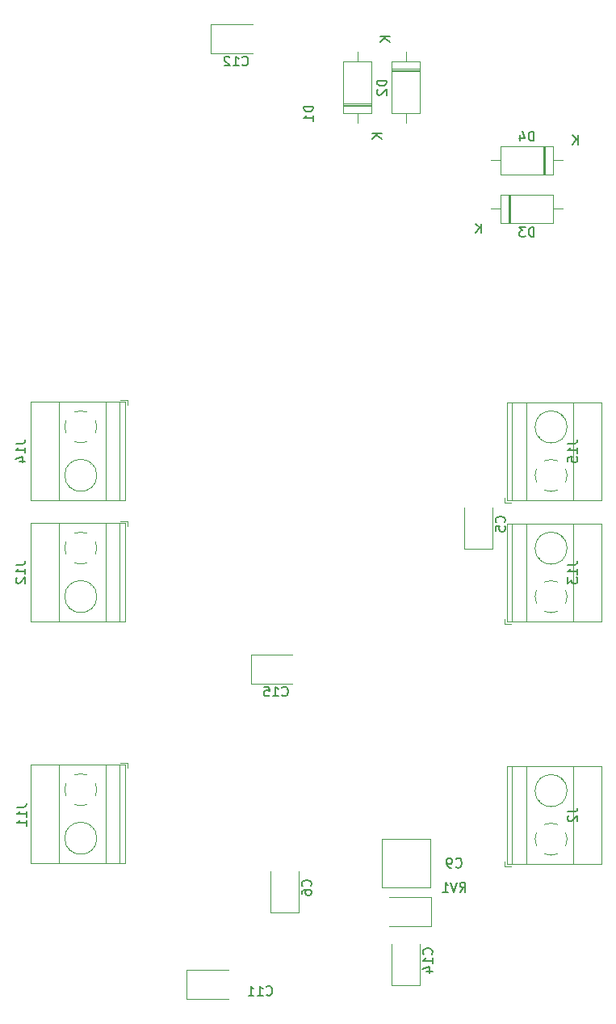
<source format=gbr>
%TF.GenerationSoftware,KiCad,Pcbnew,(6.0.9)*%
%TF.CreationDate,2023-04-20T10:48:31+05:30*%
%TF.ProjectId,CT_2.0.0,43545f32-2e30-42e3-902e-6b696361645f,rev?*%
%TF.SameCoordinates,Original*%
%TF.FileFunction,Legend,Bot*%
%TF.FilePolarity,Positive*%
%FSLAX46Y46*%
G04 Gerber Fmt 4.6, Leading zero omitted, Abs format (unit mm)*
G04 Created by KiCad (PCBNEW (6.0.9)) date 2023-04-20 10:48:31*
%MOMM*%
%LPD*%
G01*
G04 APERTURE LIST*
%ADD10C,0.150000*%
%ADD11C,0.120000*%
G04 APERTURE END LIST*
D10*
%TO.C,J12*%
X70872380Y-103320476D02*
X71586666Y-103320476D01*
X71729523Y-103272857D01*
X71824761Y-103177619D01*
X71872380Y-103034761D01*
X71872380Y-102939523D01*
X71872380Y-104320476D02*
X71872380Y-103749047D01*
X71872380Y-104034761D02*
X70872380Y-104034761D01*
X71015238Y-103939523D01*
X71110476Y-103844285D01*
X71158095Y-103749047D01*
X70967619Y-104701428D02*
X70920000Y-104749047D01*
X70872380Y-104844285D01*
X70872380Y-105082380D01*
X70920000Y-105177619D01*
X70967619Y-105225238D01*
X71062857Y-105272857D01*
X71158095Y-105272857D01*
X71300952Y-105225238D01*
X71872380Y-104653809D01*
X71872380Y-105272857D01*
%TO.C,RV1*%
X117435238Y-137612380D02*
X117768571Y-137136190D01*
X118006666Y-137612380D02*
X118006666Y-136612380D01*
X117625714Y-136612380D01*
X117530476Y-136660000D01*
X117482857Y-136707619D01*
X117435238Y-136802857D01*
X117435238Y-136945714D01*
X117482857Y-137040952D01*
X117530476Y-137088571D01*
X117625714Y-137136190D01*
X118006666Y-137136190D01*
X117149523Y-136612380D02*
X116816190Y-137612380D01*
X116482857Y-136612380D01*
X115625714Y-137612380D02*
X116197142Y-137612380D01*
X115911428Y-137612380D02*
X115911428Y-136612380D01*
X116006666Y-136755238D01*
X116101904Y-136850476D01*
X116197142Y-136898095D01*
%TO.C,D1*%
X102052380Y-55321904D02*
X101052380Y-55321904D01*
X101052380Y-55560000D01*
X101100000Y-55702857D01*
X101195238Y-55798095D01*
X101290476Y-55845714D01*
X101480952Y-55893333D01*
X101623809Y-55893333D01*
X101814285Y-55845714D01*
X101909523Y-55798095D01*
X102004761Y-55702857D01*
X102052380Y-55560000D01*
X102052380Y-55321904D01*
X102052380Y-56845714D02*
X102052380Y-56274285D01*
X102052380Y-56560000D02*
X101052380Y-56560000D01*
X101195238Y-56464761D01*
X101290476Y-56369523D01*
X101338095Y-56274285D01*
X109232380Y-58158095D02*
X108232380Y-58158095D01*
X109232380Y-58729523D02*
X108660952Y-58300952D01*
X108232380Y-58729523D02*
X108803809Y-58158095D01*
%TO.C,J14*%
X70872380Y-90620476D02*
X71586666Y-90620476D01*
X71729523Y-90572857D01*
X71824761Y-90477619D01*
X71872380Y-90334761D01*
X71872380Y-90239523D01*
X71872380Y-91620476D02*
X71872380Y-91049047D01*
X71872380Y-91334761D02*
X70872380Y-91334761D01*
X71015238Y-91239523D01*
X71110476Y-91144285D01*
X71158095Y-91049047D01*
X71205714Y-92477619D02*
X71872380Y-92477619D01*
X70824761Y-92239523D02*
X71539047Y-92001428D01*
X71539047Y-92620476D01*
%TO.C,J2*%
X128753380Y-129206666D02*
X129467666Y-129206666D01*
X129610523Y-129159047D01*
X129705761Y-129063809D01*
X129753380Y-128920952D01*
X129753380Y-128825714D01*
X128848619Y-129635238D02*
X128801000Y-129682857D01*
X128753380Y-129778095D01*
X128753380Y-130016190D01*
X128801000Y-130111428D01*
X128848619Y-130159047D01*
X128943857Y-130206666D01*
X129039095Y-130206666D01*
X129181952Y-130159047D01*
X129753380Y-129587619D01*
X129753380Y-130206666D01*
%TO.C,D3*%
X125198095Y-68962380D02*
X125198095Y-67962380D01*
X124960000Y-67962380D01*
X124817142Y-68010000D01*
X124721904Y-68105238D01*
X124674285Y-68200476D01*
X124626666Y-68390952D01*
X124626666Y-68533809D01*
X124674285Y-68724285D01*
X124721904Y-68819523D01*
X124817142Y-68914761D01*
X124960000Y-68962380D01*
X125198095Y-68962380D01*
X124293333Y-67962380D02*
X123674285Y-67962380D01*
X124007619Y-68343333D01*
X123864761Y-68343333D01*
X123769523Y-68390952D01*
X123721904Y-68438571D01*
X123674285Y-68533809D01*
X123674285Y-68771904D01*
X123721904Y-68867142D01*
X123769523Y-68914761D01*
X123864761Y-68962380D01*
X124150476Y-68962380D01*
X124245714Y-68914761D01*
X124293333Y-68867142D01*
X119641904Y-68592380D02*
X119641904Y-67592380D01*
X119070476Y-68592380D02*
X119499047Y-68020952D01*
X119070476Y-67592380D02*
X119641904Y-68163809D01*
%TO.C,J15*%
X128753380Y-90630476D02*
X129467666Y-90630476D01*
X129610523Y-90582857D01*
X129705761Y-90487619D01*
X129753380Y-90344761D01*
X129753380Y-90249523D01*
X129753380Y-91630476D02*
X129753380Y-91059047D01*
X129753380Y-91344761D02*
X128753380Y-91344761D01*
X128896238Y-91249523D01*
X128991476Y-91154285D01*
X129039095Y-91059047D01*
X128753380Y-92535238D02*
X128753380Y-92059047D01*
X129229571Y-92011428D01*
X129181952Y-92059047D01*
X129134333Y-92154285D01*
X129134333Y-92392380D01*
X129181952Y-92487619D01*
X129229571Y-92535238D01*
X129324809Y-92582857D01*
X129562904Y-92582857D01*
X129658142Y-92535238D01*
X129705761Y-92487619D01*
X129753380Y-92392380D01*
X129753380Y-92154285D01*
X129705761Y-92059047D01*
X129658142Y-92011428D01*
%TO.C,C15*%
X98787857Y-117007142D02*
X98835476Y-117054761D01*
X98978333Y-117102380D01*
X99073571Y-117102380D01*
X99216428Y-117054761D01*
X99311666Y-116959523D01*
X99359285Y-116864285D01*
X99406904Y-116673809D01*
X99406904Y-116530952D01*
X99359285Y-116340476D01*
X99311666Y-116245238D01*
X99216428Y-116150000D01*
X99073571Y-116102380D01*
X98978333Y-116102380D01*
X98835476Y-116150000D01*
X98787857Y-116197619D01*
X97835476Y-117102380D02*
X98406904Y-117102380D01*
X98121190Y-117102380D02*
X98121190Y-116102380D01*
X98216428Y-116245238D01*
X98311666Y-116340476D01*
X98406904Y-116388095D01*
X96930714Y-116102380D02*
X97406904Y-116102380D01*
X97454523Y-116578571D01*
X97406904Y-116530952D01*
X97311666Y-116483333D01*
X97073571Y-116483333D01*
X96978333Y-116530952D01*
X96930714Y-116578571D01*
X96883095Y-116673809D01*
X96883095Y-116911904D01*
X96930714Y-117007142D01*
X96978333Y-117054761D01*
X97073571Y-117102380D01*
X97311666Y-117102380D01*
X97406904Y-117054761D01*
X97454523Y-117007142D01*
%TO.C,D4*%
X125198095Y-58942380D02*
X125198095Y-57942380D01*
X124960000Y-57942380D01*
X124817142Y-57990000D01*
X124721904Y-58085238D01*
X124674285Y-58180476D01*
X124626666Y-58370952D01*
X124626666Y-58513809D01*
X124674285Y-58704285D01*
X124721904Y-58799523D01*
X124817142Y-58894761D01*
X124960000Y-58942380D01*
X125198095Y-58942380D01*
X123769523Y-58275714D02*
X123769523Y-58942380D01*
X124007619Y-57894761D02*
X124245714Y-58609047D01*
X123626666Y-58609047D01*
X129801904Y-59312380D02*
X129801904Y-58312380D01*
X129230476Y-59312380D02*
X129659047Y-58740952D01*
X129230476Y-58312380D02*
X129801904Y-58883809D01*
%TO.C,C12*%
X94622857Y-50967142D02*
X94670476Y-51014761D01*
X94813333Y-51062380D01*
X94908571Y-51062380D01*
X95051428Y-51014761D01*
X95146666Y-50919523D01*
X95194285Y-50824285D01*
X95241904Y-50633809D01*
X95241904Y-50490952D01*
X95194285Y-50300476D01*
X95146666Y-50205238D01*
X95051428Y-50110000D01*
X94908571Y-50062380D01*
X94813333Y-50062380D01*
X94670476Y-50110000D01*
X94622857Y-50157619D01*
X93670476Y-51062380D02*
X94241904Y-51062380D01*
X93956190Y-51062380D02*
X93956190Y-50062380D01*
X94051428Y-50205238D01*
X94146666Y-50300476D01*
X94241904Y-50348095D01*
X93289523Y-50157619D02*
X93241904Y-50110000D01*
X93146666Y-50062380D01*
X92908571Y-50062380D01*
X92813333Y-50110000D01*
X92765714Y-50157619D01*
X92718095Y-50252857D01*
X92718095Y-50348095D01*
X92765714Y-50490952D01*
X93337142Y-51062380D01*
X92718095Y-51062380D01*
%TO.C,D2*%
X109742380Y-52601904D02*
X108742380Y-52601904D01*
X108742380Y-52840000D01*
X108790000Y-52982857D01*
X108885238Y-53078095D01*
X108980476Y-53125714D01*
X109170952Y-53173333D01*
X109313809Y-53173333D01*
X109504285Y-53125714D01*
X109599523Y-53078095D01*
X109694761Y-52982857D01*
X109742380Y-52840000D01*
X109742380Y-52601904D01*
X108837619Y-53554285D02*
X108790000Y-53601904D01*
X108742380Y-53697142D01*
X108742380Y-53935238D01*
X108790000Y-54030476D01*
X108837619Y-54078095D01*
X108932857Y-54125714D01*
X109028095Y-54125714D01*
X109170952Y-54078095D01*
X109742380Y-53506666D01*
X109742380Y-54125714D01*
X110112380Y-47998095D02*
X109112380Y-47998095D01*
X110112380Y-48569523D02*
X109540952Y-48140952D01*
X109112380Y-48569523D02*
X109683809Y-47998095D01*
%TO.C,C11*%
X97162857Y-148357142D02*
X97210476Y-148404761D01*
X97353333Y-148452380D01*
X97448571Y-148452380D01*
X97591428Y-148404761D01*
X97686666Y-148309523D01*
X97734285Y-148214285D01*
X97781904Y-148023809D01*
X97781904Y-147880952D01*
X97734285Y-147690476D01*
X97686666Y-147595238D01*
X97591428Y-147500000D01*
X97448571Y-147452380D01*
X97353333Y-147452380D01*
X97210476Y-147500000D01*
X97162857Y-147547619D01*
X96210476Y-148452380D02*
X96781904Y-148452380D01*
X96496190Y-148452380D02*
X96496190Y-147452380D01*
X96591428Y-147595238D01*
X96686666Y-147690476D01*
X96781904Y-147738095D01*
X95258095Y-148452380D02*
X95829523Y-148452380D01*
X95543809Y-148452380D02*
X95543809Y-147452380D01*
X95639047Y-147595238D01*
X95734285Y-147690476D01*
X95829523Y-147738095D01*
%TO.C,C6*%
X101767142Y-136993333D02*
X101814761Y-136945714D01*
X101862380Y-136802857D01*
X101862380Y-136707619D01*
X101814761Y-136564761D01*
X101719523Y-136469523D01*
X101624285Y-136421904D01*
X101433809Y-136374285D01*
X101290952Y-136374285D01*
X101100476Y-136421904D01*
X101005238Y-136469523D01*
X100910000Y-136564761D01*
X100862380Y-136707619D01*
X100862380Y-136802857D01*
X100910000Y-136945714D01*
X100957619Y-136993333D01*
X100862380Y-137850476D02*
X100862380Y-137660000D01*
X100910000Y-137564761D01*
X100957619Y-137517142D01*
X101100476Y-137421904D01*
X101290952Y-137374285D01*
X101671904Y-137374285D01*
X101767142Y-137421904D01*
X101814761Y-137469523D01*
X101862380Y-137564761D01*
X101862380Y-137755238D01*
X101814761Y-137850476D01*
X101767142Y-137898095D01*
X101671904Y-137945714D01*
X101433809Y-137945714D01*
X101338571Y-137898095D01*
X101290952Y-137850476D01*
X101243333Y-137755238D01*
X101243333Y-137564761D01*
X101290952Y-137469523D01*
X101338571Y-137421904D01*
X101433809Y-137374285D01*
%TO.C,C5*%
X122087142Y-98893333D02*
X122134761Y-98845714D01*
X122182380Y-98702857D01*
X122182380Y-98607619D01*
X122134761Y-98464761D01*
X122039523Y-98369523D01*
X121944285Y-98321904D01*
X121753809Y-98274285D01*
X121610952Y-98274285D01*
X121420476Y-98321904D01*
X121325238Y-98369523D01*
X121230000Y-98464761D01*
X121182380Y-98607619D01*
X121182380Y-98702857D01*
X121230000Y-98845714D01*
X121277619Y-98893333D01*
X121182380Y-99798095D02*
X121182380Y-99321904D01*
X121658571Y-99274285D01*
X121610952Y-99321904D01*
X121563333Y-99417142D01*
X121563333Y-99655238D01*
X121610952Y-99750476D01*
X121658571Y-99798095D01*
X121753809Y-99845714D01*
X121991904Y-99845714D01*
X122087142Y-99798095D01*
X122134761Y-99750476D01*
X122182380Y-99655238D01*
X122182380Y-99417142D01*
X122134761Y-99321904D01*
X122087142Y-99274285D01*
%TO.C,C14*%
X114467142Y-144137142D02*
X114514761Y-144089523D01*
X114562380Y-143946666D01*
X114562380Y-143851428D01*
X114514761Y-143708571D01*
X114419523Y-143613333D01*
X114324285Y-143565714D01*
X114133809Y-143518095D01*
X113990952Y-143518095D01*
X113800476Y-143565714D01*
X113705238Y-143613333D01*
X113610000Y-143708571D01*
X113562380Y-143851428D01*
X113562380Y-143946666D01*
X113610000Y-144089523D01*
X113657619Y-144137142D01*
X114562380Y-145089523D02*
X114562380Y-144518095D01*
X114562380Y-144803809D02*
X113562380Y-144803809D01*
X113705238Y-144708571D01*
X113800476Y-144613333D01*
X113848095Y-144518095D01*
X113895714Y-145946666D02*
X114562380Y-145946666D01*
X113514761Y-145708571D02*
X114229047Y-145470476D01*
X114229047Y-146089523D01*
%TO.C,J11*%
X70963880Y-128730476D02*
X71678166Y-128730476D01*
X71821023Y-128682857D01*
X71916261Y-128587619D01*
X71963880Y-128444761D01*
X71963880Y-128349523D01*
X71963880Y-129730476D02*
X71963880Y-129159047D01*
X71963880Y-129444761D02*
X70963880Y-129444761D01*
X71106738Y-129349523D01*
X71201976Y-129254285D01*
X71249595Y-129159047D01*
X71963880Y-130682857D02*
X71963880Y-130111428D01*
X71963880Y-130397142D02*
X70963880Y-130397142D01*
X71106738Y-130301904D01*
X71201976Y-130206666D01*
X71249595Y-130111428D01*
%TO.C,C9*%
X117006666Y-134977142D02*
X117054285Y-135024761D01*
X117197142Y-135072380D01*
X117292380Y-135072380D01*
X117435238Y-135024761D01*
X117530476Y-134929523D01*
X117578095Y-134834285D01*
X117625714Y-134643809D01*
X117625714Y-134500952D01*
X117578095Y-134310476D01*
X117530476Y-134215238D01*
X117435238Y-134120000D01*
X117292380Y-134072380D01*
X117197142Y-134072380D01*
X117054285Y-134120000D01*
X117006666Y-134167619D01*
X116530476Y-135072380D02*
X116340000Y-135072380D01*
X116244761Y-135024761D01*
X116197142Y-134977142D01*
X116101904Y-134834285D01*
X116054285Y-134643809D01*
X116054285Y-134262857D01*
X116101904Y-134167619D01*
X116149523Y-134120000D01*
X116244761Y-134072380D01*
X116435238Y-134072380D01*
X116530476Y-134120000D01*
X116578095Y-134167619D01*
X116625714Y-134262857D01*
X116625714Y-134500952D01*
X116578095Y-134596190D01*
X116530476Y-134643809D01*
X116435238Y-134691428D01*
X116244761Y-134691428D01*
X116149523Y-134643809D01*
X116101904Y-134596190D01*
X116054285Y-134500952D01*
%TO.C,J13*%
X128753380Y-103330476D02*
X129467666Y-103330476D01*
X129610523Y-103282857D01*
X129705761Y-103187619D01*
X129753380Y-103044761D01*
X129753380Y-102949523D01*
X129753380Y-104330476D02*
X129753380Y-103759047D01*
X129753380Y-104044761D02*
X128753380Y-104044761D01*
X128896238Y-103949523D01*
X128991476Y-103854285D01*
X129039095Y-103759047D01*
X128753380Y-104663809D02*
X128753380Y-105282857D01*
X129134333Y-104949523D01*
X129134333Y-105092380D01*
X129181952Y-105187619D01*
X129229571Y-105235238D01*
X129324809Y-105282857D01*
X129562904Y-105282857D01*
X129658142Y-105235238D01*
X129705761Y-105187619D01*
X129753380Y-105092380D01*
X129753380Y-104806666D01*
X129705761Y-104711428D01*
X129658142Y-104663809D01*
D11*
%TO.C,J12*%
X82580000Y-98750000D02*
X82580000Y-99250000D01*
X72419000Y-98990000D02*
X82340000Y-98990000D01*
X81780000Y-98990000D02*
X81780000Y-109270000D01*
X76611000Y-107945000D02*
X76657000Y-107898000D01*
X82340000Y-98990000D02*
X82340000Y-109270000D01*
X78919000Y-105636000D02*
X78954000Y-105601000D01*
X81840000Y-98750000D02*
X82580000Y-98750000D01*
X72419000Y-109270000D02*
X82340000Y-109270000D01*
X75379000Y-98990000D02*
X75379000Y-109270000D01*
X80280000Y-98990000D02*
X80280000Y-109270000D01*
X78703000Y-105443000D02*
X78749000Y-105396000D01*
X76405000Y-107740000D02*
X76441000Y-107705000D01*
X72419000Y-98990000D02*
X72419000Y-109270000D01*
X79360253Y-101618805D02*
G75*
G03*
X79215000Y-100906000I-1680254J28806D01*
G01*
X79214756Y-102273318D02*
G75*
G03*
X79360000Y-101590000I-1534756J683318D01*
G01*
X76144573Y-100906958D02*
G75*
G03*
X76145000Y-102274000I1535420J-683041D01*
G01*
X76996958Y-103125427D02*
G75*
G03*
X78364000Y-103125000I683041J1535431D01*
G01*
X78363042Y-100054573D02*
G75*
G03*
X76996000Y-100055000I-683041J-1535420D01*
G01*
X79360000Y-106670000D02*
G75*
G03*
X79360000Y-106670000I-1680000J0D01*
G01*
%TO.C,RV1*%
X114300000Y-132080000D02*
X109220000Y-132080000D01*
X109220000Y-132080000D02*
X109220000Y-137160000D01*
X109220000Y-137160000D02*
X114300000Y-137160000D01*
X114300000Y-137160000D02*
X114300000Y-132080000D01*
%TO.C,D1*%
X106680000Y-57080000D02*
X106680000Y-56060000D01*
X108150000Y-55280000D02*
X105210000Y-55280000D01*
X105210000Y-50620000D02*
X108150000Y-50620000D01*
X108150000Y-50620000D02*
X108150000Y-56060000D01*
X106680000Y-49600000D02*
X106680000Y-50620000D01*
X108150000Y-55160000D02*
X105210000Y-55160000D01*
X108150000Y-56060000D02*
X105210000Y-56060000D01*
X105210000Y-56060000D02*
X105210000Y-50620000D01*
X108150000Y-55040000D02*
X105210000Y-55040000D01*
%TO.C,J14*%
X72419000Y-86290000D02*
X82340000Y-86290000D01*
X72419000Y-96570000D02*
X82340000Y-96570000D01*
X82580000Y-86050000D02*
X82580000Y-86550000D01*
X82340000Y-86290000D02*
X82340000Y-96570000D01*
X81840000Y-86050000D02*
X82580000Y-86050000D01*
X80280000Y-86290000D02*
X80280000Y-96570000D01*
X78703000Y-92743000D02*
X78749000Y-92696000D01*
X78919000Y-92936000D02*
X78954000Y-92901000D01*
X75379000Y-86290000D02*
X75379000Y-96570000D01*
X76405000Y-95040000D02*
X76441000Y-95005000D01*
X76611000Y-95245000D02*
X76657000Y-95198000D01*
X81780000Y-86290000D02*
X81780000Y-96570000D01*
X72419000Y-86290000D02*
X72419000Y-96570000D01*
X78363042Y-87354573D02*
G75*
G03*
X76996000Y-87355000I-683041J-1535420D01*
G01*
X79360253Y-88918805D02*
G75*
G03*
X79215000Y-88206000I-1680254J28806D01*
G01*
X76144573Y-88206958D02*
G75*
G03*
X76145000Y-89574000I1535420J-683041D01*
G01*
X79214756Y-89573318D02*
G75*
G03*
X79360000Y-88890000I-1534756J683318D01*
G01*
X76996958Y-90425427D02*
G75*
G03*
X78364000Y-90425000I683041J1535431D01*
G01*
X79360000Y-93970000D02*
G75*
G03*
X79360000Y-93970000I-1680000J0D01*
G01*
%TO.C,J2*%
X132261000Y-124400000D02*
X122340000Y-124400000D01*
X125761000Y-128034000D02*
X125726000Y-128069000D01*
X122340000Y-134680000D02*
X122340000Y-124400000D01*
X128275000Y-125930000D02*
X128239000Y-125965000D01*
X132261000Y-134680000D02*
X132261000Y-124400000D01*
X124400000Y-134680000D02*
X124400000Y-124400000D01*
X132261000Y-134680000D02*
X122340000Y-134680000D01*
X122900000Y-134680000D02*
X122900000Y-124400000D01*
X129301000Y-134680000D02*
X129301000Y-124400000D01*
X122840000Y-134920000D02*
X122100000Y-134920000D01*
X125977000Y-128227000D02*
X125931000Y-128274000D01*
X122100000Y-134920000D02*
X122100000Y-134420000D01*
X128069000Y-125725000D02*
X128023000Y-125772000D01*
X128535427Y-132763042D02*
G75*
G03*
X128535000Y-131396000I-1535420J683041D01*
G01*
X127683042Y-130544573D02*
G75*
G03*
X126316000Y-130545000I-683041J-1535431D01*
G01*
X125465244Y-131396682D02*
G75*
G03*
X125320000Y-132080000I1534756J-683318D01*
G01*
X125319747Y-132051195D02*
G75*
G03*
X125465000Y-132764000I1680254J-28806D01*
G01*
X126316958Y-133615427D02*
G75*
G03*
X127684000Y-133615000I683041J1535420D01*
G01*
X128680000Y-127000000D02*
G75*
G03*
X128680000Y-127000000I-1680000J0D01*
G01*
%TO.C,D3*%
X121740000Y-67510000D02*
X121740000Y-64570000D01*
X128200000Y-66040000D02*
X127180000Y-66040000D01*
X127180000Y-67510000D02*
X121740000Y-67510000D01*
X122520000Y-67510000D02*
X122520000Y-64570000D01*
X127180000Y-64570000D02*
X127180000Y-67510000D01*
X122640000Y-67510000D02*
X122640000Y-64570000D01*
X122760000Y-67510000D02*
X122760000Y-64570000D01*
X121740000Y-64570000D02*
X127180000Y-64570000D01*
X120720000Y-66040000D02*
X121740000Y-66040000D01*
%TO.C,J15*%
X122100000Y-96820000D02*
X122100000Y-96320000D01*
X128275000Y-87830000D02*
X128239000Y-87865000D01*
X128069000Y-87625000D02*
X128023000Y-87672000D01*
X125977000Y-90127000D02*
X125931000Y-90174000D01*
X129301000Y-96580000D02*
X129301000Y-86300000D01*
X132261000Y-86300000D02*
X122340000Y-86300000D01*
X125761000Y-89934000D02*
X125726000Y-89969000D01*
X122340000Y-96580000D02*
X122340000Y-86300000D01*
X132261000Y-96580000D02*
X122340000Y-96580000D01*
X122840000Y-96820000D02*
X122100000Y-96820000D01*
X124400000Y-96580000D02*
X124400000Y-86300000D01*
X122900000Y-96580000D02*
X122900000Y-86300000D01*
X132261000Y-96580000D02*
X132261000Y-86300000D01*
X125319747Y-93951195D02*
G75*
G03*
X125465000Y-94664000I1680254J-28806D01*
G01*
X128535427Y-94663042D02*
G75*
G03*
X128535000Y-93296000I-1535420J683041D01*
G01*
X125465244Y-93296682D02*
G75*
G03*
X125320000Y-93980000I1534756J-683318D01*
G01*
X127683042Y-92444573D02*
G75*
G03*
X126316000Y-92445000I-683041J-1535431D01*
G01*
X126316958Y-95515427D02*
G75*
G03*
X127684000Y-95515000I683041J1535420D01*
G01*
X128680000Y-88900000D02*
G75*
G03*
X128680000Y-88900000I-1680000J0D01*
G01*
%TO.C,C15*%
X95510000Y-112790000D02*
X99895000Y-112790000D01*
X99895000Y-115810000D02*
X95510000Y-115810000D01*
X95510000Y-115810000D02*
X95510000Y-112790000D01*
%TO.C,D4*%
X121740000Y-59490000D02*
X127180000Y-59490000D01*
X127180000Y-59490000D02*
X127180000Y-62430000D01*
X126280000Y-59490000D02*
X126280000Y-62430000D01*
X128200000Y-60960000D02*
X127180000Y-60960000D01*
X126400000Y-59490000D02*
X126400000Y-62430000D01*
X127180000Y-62430000D02*
X121740000Y-62430000D01*
X126160000Y-59490000D02*
X126160000Y-62430000D01*
X121740000Y-62430000D02*
X121740000Y-59490000D01*
X120720000Y-60960000D02*
X121740000Y-60960000D01*
%TO.C,C12*%
X95730000Y-49770000D02*
X91345000Y-49770000D01*
X91345000Y-49770000D02*
X91345000Y-46750000D01*
X91345000Y-46750000D02*
X95730000Y-46750000D01*
%TO.C,D2*%
X113230000Y-56060000D02*
X110290000Y-56060000D01*
X111760000Y-57080000D02*
X111760000Y-56060000D01*
X113230000Y-50620000D02*
X113230000Y-56060000D01*
X110290000Y-51520000D02*
X113230000Y-51520000D01*
X110290000Y-51640000D02*
X113230000Y-51640000D01*
X110290000Y-50620000D02*
X113230000Y-50620000D01*
X110290000Y-51400000D02*
X113230000Y-51400000D01*
X110290000Y-56060000D02*
X110290000Y-50620000D01*
X111760000Y-49600000D02*
X111760000Y-50620000D01*
%TO.C,C11*%
X88805000Y-148830000D02*
X88805000Y-145810000D01*
X93190000Y-148830000D02*
X88805000Y-148830000D01*
X88805000Y-145810000D02*
X93190000Y-145810000D01*
%TO.C,C6*%
X97550000Y-139795000D02*
X97550000Y-135410000D01*
X100570000Y-135410000D02*
X100570000Y-139795000D01*
X100570000Y-139795000D02*
X97550000Y-139795000D01*
%TO.C,C5*%
X117870000Y-101695000D02*
X117870000Y-97310000D01*
X120890000Y-97310000D02*
X120890000Y-101695000D01*
X120890000Y-101695000D02*
X117870000Y-101695000D01*
%TO.C,C14*%
X113270000Y-147415000D02*
X110250000Y-147415000D01*
X113270000Y-143030000D02*
X113270000Y-147415000D01*
X110250000Y-147415000D02*
X110250000Y-143030000D01*
%TO.C,J11*%
X76611000Y-133263500D02*
X76657000Y-133216500D01*
X78919000Y-130954500D02*
X78954000Y-130919500D01*
X78703000Y-130761500D02*
X78749000Y-130714500D01*
X72419000Y-124308500D02*
X72419000Y-134588500D01*
X81840000Y-124068500D02*
X82580000Y-124068500D01*
X72419000Y-134588500D02*
X82340000Y-134588500D01*
X80280000Y-124308500D02*
X80280000Y-134588500D01*
X76405000Y-133058500D02*
X76441000Y-133023500D01*
X82580000Y-124068500D02*
X82580000Y-124568500D01*
X75379000Y-124308500D02*
X75379000Y-134588500D01*
X82340000Y-124308500D02*
X82340000Y-134588500D01*
X81780000Y-124308500D02*
X81780000Y-134588500D01*
X72419000Y-124308500D02*
X82340000Y-124308500D01*
X78363042Y-125373073D02*
G75*
G03*
X76996000Y-125373500I-683041J-1535420D01*
G01*
X79360253Y-126937305D02*
G75*
G03*
X79215000Y-126224500I-1680254J28806D01*
G01*
X79214756Y-127591818D02*
G75*
G03*
X79360000Y-126908500I-1534756J683318D01*
G01*
X76996958Y-128443927D02*
G75*
G03*
X78364000Y-128443500I683041J1535431D01*
G01*
X76144573Y-126225458D02*
G75*
G03*
X76145000Y-127592500I1535420J-683041D01*
G01*
X79360000Y-131988500D02*
G75*
G03*
X79360000Y-131988500I-1680000J0D01*
G01*
%TO.C,C9*%
X114395000Y-138190000D02*
X114395000Y-141210000D01*
X110010000Y-138190000D02*
X114395000Y-138190000D01*
X114395000Y-141210000D02*
X110010000Y-141210000D01*
%TO.C,J13*%
X132261000Y-109280000D02*
X122340000Y-109280000D01*
X124400000Y-109280000D02*
X124400000Y-99000000D01*
X125977000Y-102827000D02*
X125931000Y-102874000D01*
X132261000Y-99000000D02*
X122340000Y-99000000D01*
X129301000Y-109280000D02*
X129301000Y-99000000D01*
X132261000Y-109280000D02*
X132261000Y-99000000D01*
X128275000Y-100530000D02*
X128239000Y-100565000D01*
X122840000Y-109520000D02*
X122100000Y-109520000D01*
X122900000Y-109280000D02*
X122900000Y-99000000D01*
X125761000Y-102634000D02*
X125726000Y-102669000D01*
X122100000Y-109520000D02*
X122100000Y-109020000D01*
X122340000Y-109280000D02*
X122340000Y-99000000D01*
X128069000Y-100325000D02*
X128023000Y-100372000D01*
X126316958Y-108215427D02*
G75*
G03*
X127684000Y-108215000I683041J1535420D01*
G01*
X127683042Y-105144573D02*
G75*
G03*
X126316000Y-105145000I-683041J-1535431D01*
G01*
X125465244Y-105996682D02*
G75*
G03*
X125320000Y-106680000I1534756J-683318D01*
G01*
X125319747Y-106651195D02*
G75*
G03*
X125465000Y-107364000I1680254J-28806D01*
G01*
X128535427Y-107363042D02*
G75*
G03*
X128535000Y-105996000I-1535420J683041D01*
G01*
X128680000Y-101600000D02*
G75*
G03*
X128680000Y-101600000I-1680000J0D01*
G01*
%TD*%
M02*

</source>
